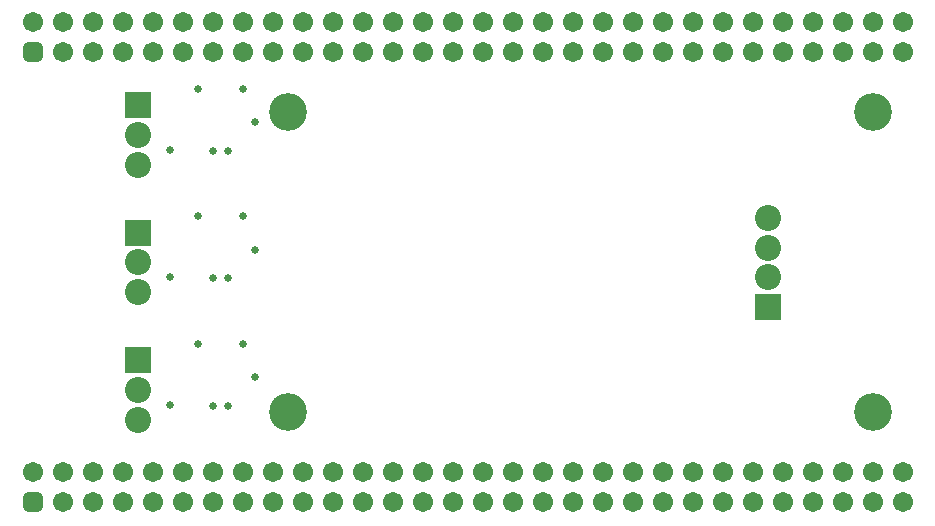
<source format=gbs>
G04*
G04 #@! TF.GenerationSoftware,Altium Limited,Altium Designer,26.1.1 (7)*
G04*
G04 Layer_Color=16711935*
%FSLAX44Y44*%
%MOMM*%
G71*
G04*
G04 #@! TF.SameCoordinates,9E97019B-2CEB-4017-89FE-32B60DA2A515*
G04*
G04*
G04 #@! TF.FilePolarity,Negative*
G04*
G01*
G75*
%ADD15C,1.7032*%
G04:AMPARAMS|DCode=16|XSize=1.7032mm|YSize=1.7032mm|CornerRadius=0.4766mm|HoleSize=0mm|Usage=FLASHONLY|Rotation=0.000|XOffset=0mm|YOffset=0mm|HoleType=Round|Shape=RoundedRectangle|*
%AMROUNDEDRECTD16*
21,1,1.7032,0.7500,0,0,0.0*
21,1,0.7500,1.7032,0,0,0.0*
1,1,0.9532,0.3750,-0.3750*
1,1,0.9532,-0.3750,-0.3750*
1,1,0.9532,-0.3750,0.3750*
1,1,0.9532,0.3750,0.3750*
%
%ADD16ROUNDEDRECTD16*%
%ADD17C,2.2032*%
%ADD18R,2.2032X2.2032*%
%ADD19C,3.2032*%
%ADD20C,0.6532*%
D15*
X0Y0D02*
D03*
X-25400D02*
D03*
X-50800D02*
D03*
X-76200D02*
D03*
X-101600D02*
D03*
X-127000D02*
D03*
X-152400D02*
D03*
X-177800D02*
D03*
X-203200D02*
D03*
X0Y-25400D02*
D03*
X-25400D02*
D03*
X-50800D02*
D03*
X-76200D02*
D03*
X-101600D02*
D03*
X-127000D02*
D03*
X-152400D02*
D03*
X-177800D02*
D03*
X-203200D02*
D03*
X-228600Y0D02*
D03*
X-254000D02*
D03*
X-228600Y-25400D02*
D03*
X-254000D02*
D03*
X-330200Y0D02*
D03*
Y-25400D02*
D03*
X-355600Y0D02*
D03*
Y-25400D02*
D03*
X-406400Y0D02*
D03*
Y-25400D02*
D03*
X-533400Y0D02*
D03*
Y-25400D02*
D03*
X-584200Y0D02*
D03*
Y-25400D02*
D03*
X-635000Y0D02*
D03*
Y-25400D02*
D03*
X-685800Y0D02*
D03*
Y-25400D02*
D03*
X-711200Y0D02*
D03*
Y-25400D02*
D03*
X-736600Y0D02*
D03*
X-660400Y-25400D02*
D03*
Y0D02*
D03*
X-609600Y-25400D02*
D03*
Y0D02*
D03*
X-558800Y-25400D02*
D03*
Y0D02*
D03*
X-508000Y-25400D02*
D03*
Y0D02*
D03*
X-482600Y-25400D02*
D03*
Y0D02*
D03*
X-457200Y-25400D02*
D03*
Y0D02*
D03*
X-431800Y-25400D02*
D03*
Y0D02*
D03*
X-381000Y-25400D02*
D03*
Y0D02*
D03*
X-304800Y-25400D02*
D03*
X-279400D02*
D03*
X-304800Y0D02*
D03*
X-279400D02*
D03*
X0Y-381000D02*
D03*
X-25400D02*
D03*
X-50800D02*
D03*
X-76200D02*
D03*
X-101600D02*
D03*
X-127000D02*
D03*
X-152400D02*
D03*
X-177800D02*
D03*
X-203200D02*
D03*
X0Y-406400D02*
D03*
X-25400D02*
D03*
X-50800D02*
D03*
X-76200D02*
D03*
X-101600D02*
D03*
X-127000D02*
D03*
X-152400D02*
D03*
X-177800D02*
D03*
X-203200D02*
D03*
X-228600Y-381000D02*
D03*
X-254000D02*
D03*
X-228600Y-406400D02*
D03*
X-254000D02*
D03*
X-330200Y-381000D02*
D03*
Y-406400D02*
D03*
X-355600Y-381000D02*
D03*
Y-406400D02*
D03*
X-406400Y-381000D02*
D03*
Y-406400D02*
D03*
X-533400Y-381000D02*
D03*
Y-406400D02*
D03*
X-584200Y-381000D02*
D03*
Y-406400D02*
D03*
X-635000Y-381000D02*
D03*
Y-406400D02*
D03*
X-685800Y-381000D02*
D03*
Y-406400D02*
D03*
X-711200Y-381000D02*
D03*
Y-406400D02*
D03*
X-736600Y-381000D02*
D03*
X-660400Y-406400D02*
D03*
Y-381000D02*
D03*
X-609600Y-406400D02*
D03*
Y-381000D02*
D03*
X-558800Y-406400D02*
D03*
Y-381000D02*
D03*
X-508000Y-406400D02*
D03*
Y-381000D02*
D03*
X-482600Y-406400D02*
D03*
Y-381000D02*
D03*
X-457200Y-406400D02*
D03*
Y-381000D02*
D03*
X-431800Y-406400D02*
D03*
Y-381000D02*
D03*
X-381000Y-406400D02*
D03*
Y-381000D02*
D03*
X-304800Y-406400D02*
D03*
X-279400D02*
D03*
X-304800Y-381000D02*
D03*
X-279400D02*
D03*
D16*
X-736600Y-25400D02*
D03*
Y-406400D02*
D03*
D17*
X-647700Y-336150D02*
D03*
Y-311150D02*
D03*
X-114300Y-215900D02*
D03*
Y-190900D02*
D03*
Y-165900D02*
D03*
X-647700Y-120250D02*
D03*
Y-95250D02*
D03*
Y-228200D02*
D03*
Y-203200D02*
D03*
D18*
Y-286150D02*
D03*
X-114300Y-240900D02*
D03*
X-647700Y-70250D02*
D03*
Y-178200D02*
D03*
D19*
X-520700Y-76200D02*
D03*
Y-330200D02*
D03*
X-25400D02*
D03*
Y-76200D02*
D03*
D20*
X-558800Y-272200D02*
D03*
Y-56300D02*
D03*
Y-164250D02*
D03*
X-596900Y-272200D02*
D03*
X-548640Y-300250D02*
D03*
X-571500Y-324700D02*
D03*
X-584200D02*
D03*
X-621030Y-323730D02*
D03*
Y-215780D02*
D03*
X-584200Y-216750D02*
D03*
X-571500D02*
D03*
X-548640Y-192300D02*
D03*
X-596900Y-164250D02*
D03*
Y-56300D02*
D03*
X-548640Y-84350D02*
D03*
X-571500Y-108800D02*
D03*
X-584200D02*
D03*
X-621030Y-107830D02*
D03*
M02*

</source>
